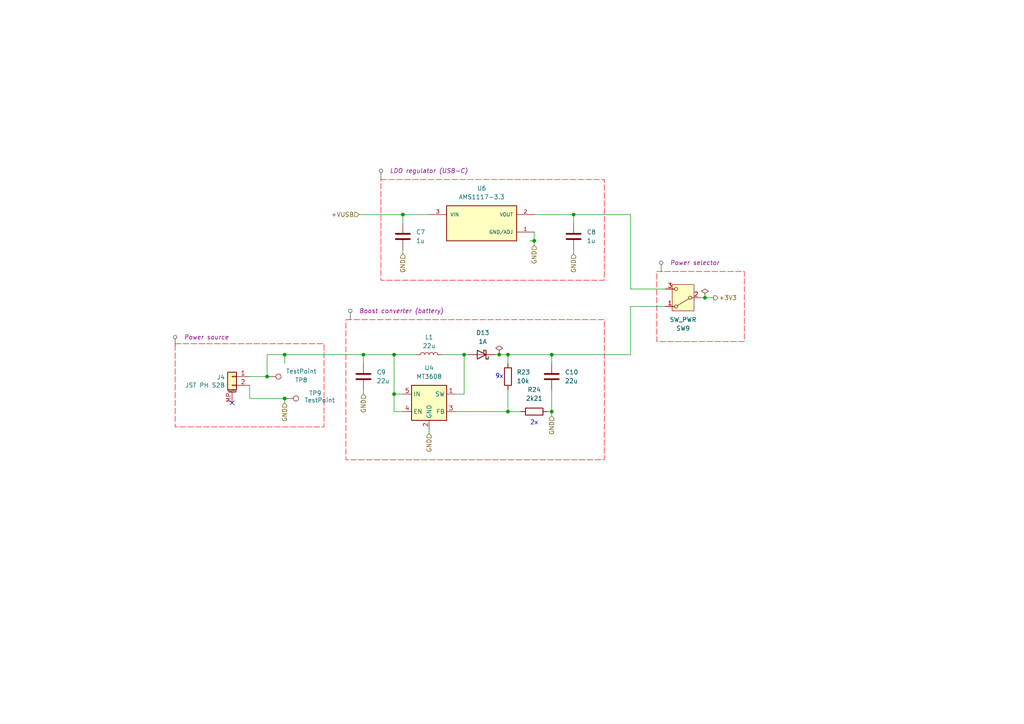
<source format=kicad_sch>
(kicad_sch (version 20250114) (generator "eeschema") (generator_version "9.0")
  (paper "A4")
  (title_block (title "Hack&Roll 2026 hardware badge") (date "2025-12-01") (rev "0.0.14") (company "NUS Hackers") (comment 1 "Art by @youngseopark05") (comment 2 "Developed by @yikjin and @Hackin7") (comment 3 "Licensed under CERN-OHL-P-2.0"))
  (lib_symbols
    (symbol "AM1117:AMS1117-3.3" (pin_names (offset 1.016))
      (property "Reference" "U" (at -10.16 5.588 0))
      (property "Value" "AMS1117-3.3" (at -10.16 -8.128 0))
      (symbol "AMS1117-3.3_0_0"
        (rectangle (start -10.16 -5.08) (end 10.16 5.08) (stroke (width 0.254)) (fill (type background)))
        (pin input line (at -15.24 2.54 0) (length 5.08) (name "VIN") (number "3"))
        (pin output line (at 15.24 2.54 180) (length 5.08) (name "VOUT") (number "2"))
        (pin power_in line (at 15.24 -2.54 180) (length 5.08) (name "GND/ADJ") (number "1"))
      )
    )
    (symbol "Connector:TestPoint" (pin_numbers (hide yes)) (pin_names (offset 0.762) (hide yes))
      (property "Reference" "TP" (at 0 6.858 0))
      (property "Value" "TestPoint" (at 0 5.08 0))
      (symbol "TestPoint_0_1"
        (circle (center 0 3.302) (radius 0.762))
      )
      (symbol "TestPoint_1_1"
        (pin passive line (at 0 0 90) (length 2.54) (name "1") (number "1"))
      )
    )
    (symbol "Connector_Generic_MountingPin:Conn_01x02_MountingPin" (pin_names (offset 1.016) (hide yes))
      (property "Reference" "J" (at 0 2.54 0))
      (property "Value" "Conn_01x02_MountingPin" (at 1.27 -5.08 0))
      (symbol "Conn_01x02_MountingPin_1_1"
        (rectangle (start -1.27 1.27) (end 1.27 -3.81) (stroke (width 0.254)) (fill (type background)))
        (rectangle (start -1.27 0.127) (end 0 -0.127) (stroke (width 0.1524)))
        (rectangle (start -1.27 -2.413) (end 0 -2.667) (stroke (width 0.1524)))
        (polyline (pts (xy -1.016 -4.572) (xy 1.016 -4.572)) (stroke (width 0.1524)))
        (text "Mounting" (at 0 -4.191 0) (effects (font (size 0.381 0.381))))
        (pin passive line (at -5.08 0 0) (length 3.81) (name "Pin_1") (number "1"))
        (pin passive line (at -5.08 -2.54 0) (length 3.81) (name "Pin_2") (number "2"))
        (pin passive line (at 0 -7.62 90) (length 3.048) (name "MountPin") (number "MP"))
      )
    )
    (symbol "Device:C" (pin_numbers (hide yes)) (pin_names (offset 0.254))
      (property "Reference" "C" (at 0.635 2.54 0))
      (property "Value" "C" (at 0.635 -2.54 0))
      (symbol "C_0_1"
        (polyline (pts (xy -2.032 0.762) (xy 2.032 0.762)) (stroke (width 0.508)))
        (polyline (pts (xy -2.032 -0.762) (xy 2.032 -0.762)) (stroke (width 0.508)))
      )
      (symbol "C_1_1"
        (pin passive line (at 0 3.81 270) (length 2.794) (name "~") (number "1"))
        (pin passive line (at 0 -3.81 90) (length 2.794) (name "~") (number "2"))
      )
    )
    (symbol "Device:D_Schottky" (pin_numbers (hide yes)) (pin_names (offset 1.016) (hide yes))
      (property "Reference" "D" (at 0 2.54 0))
      (property "Value" "D_Schottky" (at 0 -2.54 0))
      (symbol "D_Schottky_0_1"
        (polyline (pts (xy -1.905 0.635) (xy -1.905 1.27) (xy -1.27 1.27) (xy -1.27 -1.27) (xy -0.635 -1.27) (xy -0.635 -0.635)) (stroke (width 0.254)))
        (polyline (pts (xy 1.27 1.27) (xy 1.27 -1.27) (xy -1.27 0) (xy 1.27 1.27)) (stroke (width 0.254)))
        (polyline (pts (xy 1.27 0) (xy -1.27 0)))
      )
      (symbol "D_Schottky_1_1"
        (pin passive line (at -3.81 0 0) (length 2.54) (name "K") (number "1"))
        (pin passive line (at 3.81 0 180) (length 2.54) (name "A") (number "2"))
      )
    )
    (symbol "Device:L" (pin_numbers (hide yes)) (pin_names (offset 1.016) (hide yes))
      (property "Reference" "L" (at -1.27 0 90))
      (property "Value" "L" (at 1.905 0 90))
      (symbol "L_0_1"
        (arc (start 0 2.54) (mid 0.6323 1.905) (end 0 1.27))
        (arc (start 0 1.27) (mid 0.6323 0.635) (end 0 0))
        (arc (start 0 0) (mid 0.6323 -0.635) (end 0 -1.27))
        (arc (start 0 -1.27) (mid 0.6323 -1.905) (end 0 -2.54))
      )
      (symbol "L_1_1"
        (pin passive line (at 0 3.81 270) (length 1.27) (name "1") (number "1"))
        (pin passive line (at 0 -3.81 90) (length 1.27) (name "2") (number "2"))
      )
    )
    (symbol "Device:R" (pin_numbers (hide yes)) (pin_names (offset 0))
      (property "Reference" "R" (at 2.032 0 90))
      (property "Value" "R" (at 0 0 90))
      (symbol "R_0_1"
        (rectangle (start -1.016 -2.54) (end 1.016 2.54) (stroke (width 0.254)))
      )
      (symbol "R_1_1"
        (pin passive line (at 0 3.81 270) (length 1.27) (name "~") (number "1"))
        (pin passive line (at 0 -3.81 90) (length 1.27) (name "~") (number "2"))
      )
    )
    (symbol "Regulator_Switching:MT3608"
      (property "Reference" "U" (at -2.54 8.89 0))
      (property "Value" "MT3608" (at -3.81 6.35 0))
      (symbol "MT3608_0_1"
        (rectangle (start -5.08 5.08) (end 5.08 -5.08) (stroke (width 0.254)) (fill (type background)))
      )
      (symbol "MT3608_1_1"
        (pin power_in line (at -7.62 2.54 0) (length 2.54) (name "IN") (number "5"))
        (pin input line (at -7.62 -2.54 0) (length 2.54) (name "EN") (number "4"))
        (pin power_in line (at 0 -7.62 90) (length 2.54) (name "GND") (number "2"))
        (pin no_connect line (at 5.08 0 180) (length 2.54) (hide yes) (name "NC") (number "6"))
        (pin passive line (at 7.62 2.54 180) (length 2.54) (name "SW") (number "1"))
        (pin input line (at 7.62 -2.54 180) (length 2.54) (name "FB") (number "3"))
      )
    )
    (symbol "Switch:SW_SPDT" (pin_names (offset 0) (hide yes))
      (property "Reference" "SW" (at 0 5.08 0))
      (property "Value" "SW_SPDT" (at 0 -5.08 0))
      (symbol "SW_SPDT_0_1"
        (circle (center -2.032 0) (radius 0.4572))
        (polyline (pts (xy -1.651 0.254) (xy 1.651 2.286)))
        (circle (center 2.032 2.54) (radius 0.4572))
        (circle (center 2.032 -2.54) (radius 0.4572))
      )
      (symbol "SW_SPDT_1_1"
        (rectangle (start -3.175 3.81) (end 3.175 -3.81) (fill (type background)))
        (pin passive line (at -5.08 0 0) (length 2.54) (name "B") (number "2"))
        (pin passive line (at 5.08 2.54 180) (length 2.54) (name "A") (number "1"))
        (pin passive line (at 5.08 -2.54 180) (length 2.54) (name "C") (number "3"))
      )
    )
    (symbol "power:PWR_FLAG" (power) (pin_numbers (hide yes)) (pin_names (offset 0) (hide yes))
      (property "Value" "PWR_FLAG" (at 0 3.81 0))
      (symbol "PWR_FLAG_0_0"
        (pin power_out line (at 0 0 90) (length 0) (name "~") (number "1"))
      )
      (symbol "PWR_FLAG_0_1"
        (polyline (pts (xy 0 0) (xy 0 1.27) (xy -1.016 1.905) (xy 0 2.54) (xy 1.016 1.905) (xy 0 1.27)))
      )
    )
  )
  (text "2x" (at 154.94 121.92 0) (effects (font (size 1.27 1.27)) (justify top)))
  (text "9x" (at 146.05 109.22 0) (effects (font (size 1.27 1.27)) (justify right)))
  (junction (at 77.47 109.22))
  (junction (at 166.37 62.23))
  (junction (at 204.47 86.36))
  (junction (at 147.32 102.87))
  (junction (at 147.32 119.38))
  (junction (at 144.78 102.87))
  (junction (at 114.3 102.87))
  (junction (at 82.55 115.57))
  (junction (at 154.94 69.85))
  (junction (at 105.41 102.87))
  (junction (at 134.62 102.87))
  (junction (at 160.02 102.87))
  (junction (at 116.84 62.23))
  (junction (at 82.55 102.87))
  (junction (at 114.3 114.3))
  (junction (at 160.02 119.38))
  (no_connect (at 67.31 116.84))
  (wire (pts (xy 147.32 113.03) (xy 147.32 119.38)))
  (wire (pts (xy 151.13 119.38) (xy 147.32 119.38)))
  (wire (pts (xy 77.47 102.87) (xy 82.55 102.87)))
  (wire (pts (xy 114.3 114.3) (xy 116.84 114.3)))
  (wire (pts (xy 182.88 102.87) (xy 160.02 102.87)))
  (wire (pts (xy 166.37 73.66) (xy 166.37 72.39)))
  (wire (pts (xy 82.55 102.87) (xy 105.41 102.87)))
  (wire (pts (xy 182.88 88.9) (xy 182.88 102.87)))
  (wire (pts (xy 116.84 73.66) (xy 116.84 72.39)))
  (wire (pts (xy 147.32 102.87) (xy 147.32 105.41)))
  (wire (pts (xy 72.39 115.57) (xy 82.55 115.57)))
  (wire (pts (xy 160.02 102.87) (xy 160.02 105.41)))
  (wire (pts (xy 124.46 124.46) (xy 124.46 125.73)))
  (wire (pts (xy 134.62 102.87) (xy 134.62 114.3)))
  (wire (pts (xy 154.94 71.12) (xy 154.94 69.85)))
  (wire (pts (xy 193.04 88.9) (xy 182.88 88.9)))
  (wire (pts (xy 114.3 114.3) (xy 114.3 119.38)))
  (wire (pts (xy 105.41 113.03) (xy 105.41 114.3)))
  (wire (pts (xy 182.88 62.23) (xy 166.37 62.23)))
  (wire (pts (xy 82.55 116.84) (xy 82.55 115.57)))
  (wire (pts (xy 207.01 86.36) (xy 204.47 86.36)))
  (wire (pts (xy 82.55 102.87) (xy 82.55 105.41)))
  (wire (pts (xy 204.47 86.36) (xy 203.2 86.36)))
  (wire (pts (xy 132.08 114.3) (xy 134.62 114.3)))
  (wire (pts (xy 104.14 62.23) (xy 116.84 62.23)))
  (wire (pts (xy 77.47 109.22) (xy 77.47 102.87)))
  (wire (pts (xy 154.94 69.85) (xy 153.67 69.85)))
  (wire (pts (xy 147.32 119.38) (xy 132.08 119.38)))
  (wire (pts (xy 193.04 83.82) (xy 182.88 83.82)))
  (wire (pts (xy 116.84 62.23) (xy 124.46 62.23)))
  (wire (pts (xy 158.75 119.38) (xy 160.02 119.38)))
  (wire (pts (xy 105.41 105.41) (xy 105.41 102.87)))
  (wire (pts (xy 116.84 62.23) (xy 116.84 64.77)))
  (wire (pts (xy 114.3 102.87) (xy 114.3 114.3)))
  (wire (pts (xy 147.32 102.87) (xy 160.02 102.87)))
  (wire (pts (xy 135.89 102.87) (xy 134.62 102.87)))
  (wire (pts (xy 72.39 111.76) (xy 72.39 115.57)))
  (wire (pts (xy 114.3 102.87) (xy 120.65 102.87)))
  (wire (pts (xy 116.84 119.38) (xy 114.3 119.38)))
  (wire (pts (xy 154.94 69.85) (xy 154.94 67.31)))
  (wire (pts (xy 160.02 120.65) (xy 160.02 119.38)))
  (wire (pts (xy 134.62 102.87) (xy 128.27 102.87)))
  (wire (pts (xy 166.37 64.77) (xy 166.37 62.23)))
  (wire (pts (xy 154.94 62.23) (xy 166.37 62.23)))
  (wire (pts (xy 144.78 102.87) (xy 147.32 102.87)))
  (wire (pts (xy 72.39 109.22) (xy 77.47 109.22)))
  (wire (pts (xy 144.78 102.87) (xy 143.51 102.87)))
  (wire (pts (xy 182.88 83.82) (xy 182.88 62.23)))
  (wire (pts (xy 160.02 113.03) (xy 160.02 119.38)))
  (wire (pts (xy 105.41 102.87) (xy 114.3 102.87)))
  (hierarchical_label "+VUSB" (shape input) (at 104.14 62.23 180))
  (hierarchical_label "GND" (shape input) (at 82.55 116.84 270))
  (hierarchical_label "GND" (shape input) (at 166.37 73.66 270))
  (hierarchical_label "GND" (shape input) (at 124.46 125.73 270))
  (hierarchical_label "+3V3" (shape output) (at 207.01 86.36 0))
  (hierarchical_label "GND" (shape input) (at 160.02 120.65 270))
  (hierarchical_label "GND" (shape input) (at 154.94 71.12 270))
  (hierarchical_label "GND" (shape input) (at 116.84 73.66 270))
  (hierarchical_label "GND" (shape input) (at 105.41 114.3 270))
  (rule_area (polyline (pts (xy 190.5 78.74) (xy 215.9 78.74) (xy 215.9 99.06) (xy 190.5 99.06)) (stroke (width 0) (type dash))))
  (rule_area (polyline (pts (xy 50.8 99.695) (xy 93.98 99.695) (xy 93.98 123.825) (xy 50.8 123.825)) (stroke (width 0) (type dash))))
  (rule_area (polyline (pts (xy 100.33 92.71) (xy 175.26 92.71) (xy 175.26 133.35) (xy 100.33 133.35)) (stroke (width 0) (type dash))))
  (rule_area (polyline (pts (xy 110.49 52.07) (xy 175.26 52.07) (xy 175.26 81.28) (xy 110.49 81.28)) (stroke (width 0) (type dash))))
  (netclass_flag "" (length 2.54) (shape round) (at 110.49 52.07 0) (property "Component Class" "LDO regulator (USB-C)" (at 113.03 49.53 0) (effects (font (italic yes)) (justify left))))
  (netclass_flag "" (length 2.54) (shape round) (at 191.77 78.74 0) (property "Component Class" "Power selector" (at 194.31 76.2 0) (effects (font (italic yes)) (justify left))))
  (netclass_flag "" (length 2.54) (shape round) (at 50.8 100.33 0) (property "Component Class" "Power source" (at 53.34 97.79 0) (effects (font (italic yes)) (justify left))))
  (netclass_flag "" (length 2.54) (shape round) (at 101.6 92.71 0) (property "Component Class" "Boost converter (battery)" (at 104.14 90.17 0) (effects (font (italic yes)) (justify left))))
  (symbol (lib_id "AM1117:AMS1117-3.3") (at 139.7 64.77 0) (unit 1)
    (property "Reference" "U6" (at 139.7 54.61 0))
    (property "Value" "AMS1117-3.3" (at 139.7 57.15 0))
    (property "Footprint" "hnr26-badge:SOT-89-3_L4.5-W2.5-P1.50-LS4.2-BR" (effects (hide yes)))
    (property "MF" "Advanced Monolithic Systems" (effects (hide yes)))
    (property "MAXIMUM_PACKAGE_HEIGHT" "1.8 mm" (effects (hide yes)))
    (property "Package" "SOT-223 Seeed Technology" (effects (hide yes)))
    (property "Price" "None" (effects (hide yes)))
    (property "Check_prices" "https://www.snapeda.com/parts/AMS1117-3.3/Advanced+Monolithic+Systems/view-part/?ref=eda" (effects (hide yes)))
    (property "STANDARD" "IPC 7351B" (effects (hide yes)))
    (property "PARTREV" "N/A" (effects (hide yes)))
    (property "SnapEDA_Link" "https://www.snapeda.com/parts/AMS1117-3.3/Advanced+Monolithic+Systems/view-part/?ref=snap" (effects (hide yes)))
    (property "SNAPEDA_PACKAGE_ID" "71280" (effects (hide yes)))
    (property "MP" "AMS1117-3.3" (effects (hide yes)))
    (property "Description_1" "\nSot223/Pkg 1-Amp 3.3-Volt Low Drop Out Voltage Regulatator\n" (effects (hide yes)))
    (property "MANUFACTURER" "Advanced Monolithic Systems" (effects (hide yes)))
    (property "Availability" "Not in stock" (effects (hide yes)))
    (property "SNAPEDA_PN" "AMS1117-3.3" (effects (hide yes)))
  )
  (symbol (lib_id "power:PWR_FLAG") (at 204.47 86.36 0) (unit 1)
    (property "Reference" "#FLG04" (effects (hide yes)))
    (property "Value" "PWR_FLAG" (effects (hide yes)))
    (property "Description" "Special symbol for telling ERC where power comes from" (effects (hide yes)))
  )
  (symbol (lib_id "Connector:TestPoint") (at 77.47 109.22 270) (unit 1)
    (property "Reference" "TP8" (at 87.376 110.236 90))
    (property "Value" "TestPoint" (at 87.376 107.696 90))
    (property "Footprint" "TestPoint:TestPoint_Pad_4.0x4.0mm" (effects (hide yes)))
    (property "Description" "test point" (effects (hide yes)))
  )
  (symbol (lib_id "Device:D_Schottky") (at 139.7 102.87 180) (unit 1)
    (property "Reference" "D13" (at 140.0175 96.52 0))
    (property "Value" "1A" (at 140.0175 99.06 0))
    (property "Footprint" "Diode_SMD:D_0805_2012Metric" (effects (hide yes)))
    (property "Description" "1A 200uA@20V 20V 450mV@1A 0805 Schottky Diodes ROHS" (effects (hide yes)))
    (property "LCSC Part #" "C143773" (effects (hide yes)))
    (property "Cost per unit" "0.1770" (effects (hide yes)))
    (property "PCB website" "https://jlcpcb.com/partdetail/-SD0805S020S1R0/C143773" (effects (hide yes)))
  )
  (symbol (lib_id "Connector:TestPoint") (at 82.55 115.57 270) (mirror x) (unit 1)
    (property "Reference" "TP9" (at 91.44 114.046 90))
    (property "Value" "TestPoint" (at 92.71 116.078 90))
    (property "Footprint" "TestPoint:TestPoint_Pad_4.0x4.0mm" (effects (hide yes)))
    (property "Description" "test point" (effects (hide yes)))
  )
  (symbol (lib_id "Device:C") (at 116.84 68.58 0) (unit 1)
    (property "Reference" "C7" (at 120.65 67.3099 0) (effects (justify left)))
    (property "Value" "1u" (at 120.65 69.8499 0) (effects (justify left)))
    (property "Footprint" "Capacitor_SMD:C_0805_2012Metric" (effects (hide yes)))
    (property "Datasheet" "https://jlcpcb.com/api/file/downloadByFileSystemAccessId/8588930738830262272" (effects (hide yes)))
    (property "Description" "1uF 25V X7R ±10% 0805 Multilayer Ceramic Capacitors MLCC - SMD/SMT ROHS" (effects (hide yes)))
    (property "Cost per unit" "0.0076" (effects (hide yes)))
    (property "LCSC Part #" "C344171" (effects (hide yes)))
    (property "PCB website" "https://jlcpcb.com/partdetail/CCTC-TCC0805X7R105K250DTS/C344171" (effects (hide yes)))
  )
  (symbol (lib_id "Connector_Generic_MountingPin:Conn_01x02_MountingPin") (at 67.31 109.22 0) (mirror y) (unit 1)
    (property "Reference" "J4" (at 65.278 109.4232 0) (effects (justify left)))
    (property "Value" "JST PH S2B" (at 65.278 111.7346 0) (effects (justify left)))
    (property "Footprint" "Connector_JST:JST_PH_S2B-PH-SM4-TB_1x02-1MP_P2.00mm_Horizontal" (effects (hide yes)))
    (property "LCSC" "C505023" (effects (hide yes)))
  )
  (symbol (lib_id "Device:L") (at 124.46 102.87 90) (unit 1)
    (property "Reference" "L1" (at 124.46 97.79 90))
    (property "Value" "22u" (at 124.46 100.33 90))
    (property "Footprint" "Inductor_SMD:L_0805_2012Metric" (effects (hide yes)))
    (property "Datasheet" "https://jlcpcb.com/api/file/downloadByFileSystemAccessId/8579705798240354304" (effects (hide yes)))
    (property "Description" "1.1Ω 16MHz 22uH 30@1MHz 5mA Multilayer inductor ±10% 0805 Inductors (SMD) ROHS" (effects (hide yes)))
    (property "Cost per unit" "0.0260" (effects (hide yes)))
    (property "LCSC Part #" "C32375" (effects (hide yes)))
    (property "PCB website" "https://jlcpcb.com/partdetail/Sunlord-SDFL2012T220KTF/C32375" (effects (hide yes)))
  )
  (symbol (lib_id "Device:R") (at 154.94 119.38 90) (unit 1)
    (property "Reference" "R24" (at 154.94 113.03 90))
    (property "Value" "2k21" (at 154.94 115.57 90))
    (property "Footprint" "Resistor_SMD:R_0805_2012Metric" (effects (hide yes)))
    (property "Datasheet" "https://jlcpcb.com/api/file/downloadByFileSystemAccessId/8590240801977495552" (effects (hide yes)))
    (property "Description" "-55℃~+155℃ 125mW 150V 2.21kΩ Thick Film Resistor ±1% ±100ppm/℃ 0805 Chip Resistor - Surface Mount ROHS" (effects (hide yes)))
    (property "Cost per unit" "0.0016" (effects (hide yes)))
    (property "LCSC Part #" "C5121533" (effects (hide yes)))
    (property "PCB website" "https://jlcpcb.com/partdetail/FOJAN-FRC0805F2211TS/C5121533" (effects (hide yes)))
  )
  (symbol (lib_id "Device:R") (at 147.32 109.22 0) (unit 1)
    (property "Reference" "R23" (at 149.86 107.9499 0) (effects (justify left)))
    (property "Value" "10k" (at 149.86 110.4899 0) (effects (justify left)))
    (property "Footprint" "Resistor_SMD:R_0805_2012Metric" (effects (hide yes)))
    (property "Datasheet" "https://jlcpcb.com/api/file/downloadByFileSystemAccessId/8589838450489917440" (effects (hide yes)))
    (property "Description" "-55℃~+155℃ 10kΩ 125mW 150V Thick Film Resistor ±100ppm/℃ ±5% 0805 Chip Resistor - Surface Mount ROHS" (effects (hide yes)))
    (property "Cost per unit" "0.0012" (effects (hide yes)))
    (property "LCSC Part #" "C2930231" (effects (hide yes)))
    (property "PCB website" "https://jlcpcb.com/partdetail/FOJAN-FRC0805J103TS/C2930231" (effects (hide yes)))
  )
  (symbol (lib_id "Device:C") (at 166.37 68.58 0) (unit 1)
    (property "Reference" "C8" (at 170.18 67.3099 0) (effects (justify left)))
    (property "Value" "1u" (at 170.18 69.8499 0) (effects (justify left)))
    (property "Footprint" "Capacitor_SMD:C_0805_2012Metric" (effects (hide yes)))
    (property "Datasheet" "https://jlcpcb.com/api/file/downloadByFileSystemAccessId/8588930738830262272" (effects (hide yes)))
    (property "Description" "1uF 25V X7R ±10% 0805 Multilayer Ceramic Capacitors MLCC - SMD/SMT ROHS" (effects (hide yes)))
    (property "Cost per unit" "0.0076" (effects (hide yes)))
    (property "LCSC Part #" "C344171" (effects (hide yes)))
    (property "PCB website" "https://jlcpcb.com/partdetail/CCTC-TCC0805X7R105K250DTS/C344171" (effects (hide yes)))
  )
  (symbol (lib_id "Device:C") (at 160.02 109.22 0) (unit 1)
    (property "Reference" "C10" (at 163.83 107.9499 0) (effects (justify left)))
    (property "Value" "22u" (at 163.83 110.4899 0) (effects (justify left)))
    (property "Footprint" "Capacitor_SMD:C_0805_2012Metric" (effects (hide yes)))
    (property "Datasheet" "https://jlcpcb.com/api/file/downloadByFileSystemAccessId/8586178248073465857" (effects (hide yes)))
    (property "Description" "22uF 6.3V X5R ±20% 0805 Multilayer Ceramic Capacitors MLCC - SMD/SMT ROHS" (effects (hide yes)))
    (property "Cost per unit" "0.0106" (effects (hide yes)))
    (property "LCSC Part #" "C5674" (effects (hide yes)))
    (property "PCB website" "https://jlcpcb.com/partdetail/6133-CL21A226MQQNNNE/C5674" (effects (hide yes)))
  )
  (symbol (lib_id "Regulator_Switching:MT3608") (at 124.46 116.84 0) (unit 1)
    (property "Reference" "U4" (at 124.46 106.68 0))
    (property "Value" "MT3608" (at 124.46 109.22 0))
    (property "Footprint" "Package_TO_SOT_SMD:SOT-23-6" (effects (hide yes)))
    (property "Datasheet" "https://jlcpcb.com/api/file/downloadByFileSystemAccessId/8586177722473730048" (effects (hide yes)))
    (property "Description" "High Efficiency 1.2MHz 2A Step Up Converter, 2-24V Vin, 28V Vout, 4A current limit, 1.2MHz, SOT23-6" (effects (hide yes)))
    (property "Cost per unit" "0.0588" (effects (hide yes)))
    (property "PCB website" "https://jlcpcb.com/partdetail/XI_AN_AerosemiTech-MT3608/C84817" (effects (hide yes)))
    (property "LCSC Part #" "C84817" (effects (hide yes)))
  )
  (symbol (lib_id "power:PWR_FLAG") (at 144.78 102.87 0) (unit 1)
    (property "Reference" "#FLG07" (effects (hide yes)))
    (property "Value" "PWR_FLAG" (effects (hide yes)))
    (property "Description" "Special symbol for telling ERC where power comes from" (effects (hide yes)))
  )
  (symbol (lib_id "Device:C") (at 105.41 109.22 0) (unit 1)
    (property "Reference" "C9" (at 109.22 107.9499 0) (effects (justify left)))
    (property "Value" "22u" (at 109.22 110.4899 0) (effects (justify left)))
    (property "Footprint" "Capacitor_SMD:C_0805_2012Metric" (effects (hide yes)))
    (property "Datasheet" "https://jlcpcb.com/api/file/downloadByFileSystemAccessId/8586178248073465857" (effects (hide yes)))
    (property "Description" "22uF 6.3V X5R ±20% 0805 Multilayer Ceramic Capacitors MLCC - SMD/SMT ROHS" (effects (hide yes)))
    (property "Cost per unit" "0.0106" (effects (hide yes)))
    (property "LCSC Part #" "C5674" (effects (hide yes)))
    (property "PCB website" "https://jlcpcb.com/partdetail/6133-CL21A226MQQNNNE/C5674" (effects (hide yes)))
  )
  (symbol (lib_id "Switch:SW_SPDT") (at 198.12 86.36 180) (unit 1)
    (property "Reference" "SW9" (at 198.12 95.25 0))
    (property "Value" "SW_PWR" (at 198.12 92.71 0))
    (property "Footprint" "hnr26-badge:SW-SMD_SK-01A-H1.5" (effects (hide yes)))
    (property "Datasheet" "https://jlcpcb.com/api/file/downloadByFileSystemAccessId/8588917562763173888" (effects (hide yes)))
    (property "Description" "1.4mm 5.2mm 6.6mm Black Rectangular Columnar SPDT Surface Mount, Right Angle SMD,6.6x1.4mm Slide Switches ROHS" (effects (hide yes)))
    (property "Cost per unit" "0.1236" (effects (hide yes)))
    (property "LCSC Part #" "C778186" (effects (hide yes)))
    (property "PCB website" "https://jlcpcb.com/partdetail/GSwitch-MK_12C02G025/C778186" (effects (hide yes)))
  )
)
</source>
